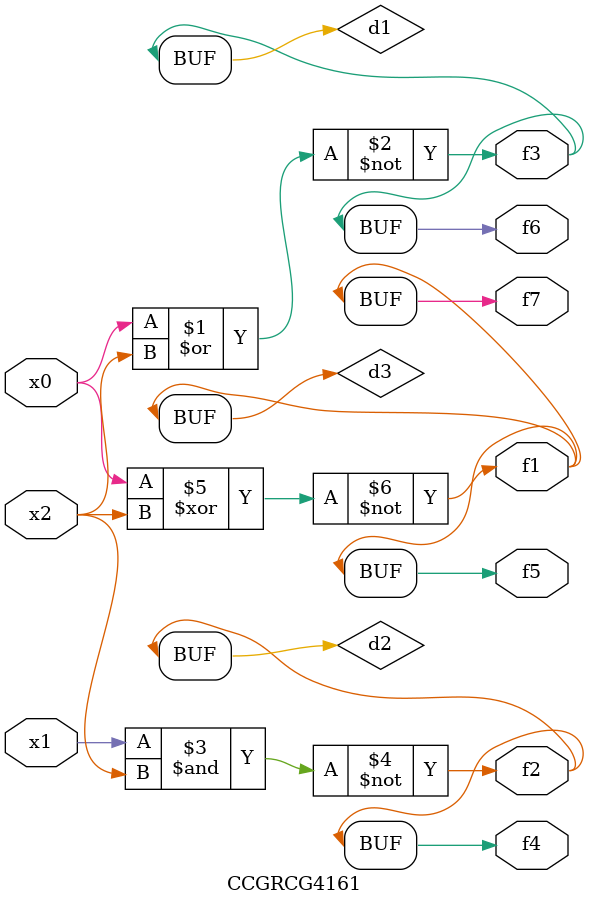
<source format=v>
module CCGRCG4161(
	input x0, x1, x2,
	output f1, f2, f3, f4, f5, f6, f7
);

	wire d1, d2, d3;

	nor (d1, x0, x2);
	nand (d2, x1, x2);
	xnor (d3, x0, x2);
	assign f1 = d3;
	assign f2 = d2;
	assign f3 = d1;
	assign f4 = d2;
	assign f5 = d3;
	assign f6 = d1;
	assign f7 = d3;
endmodule

</source>
